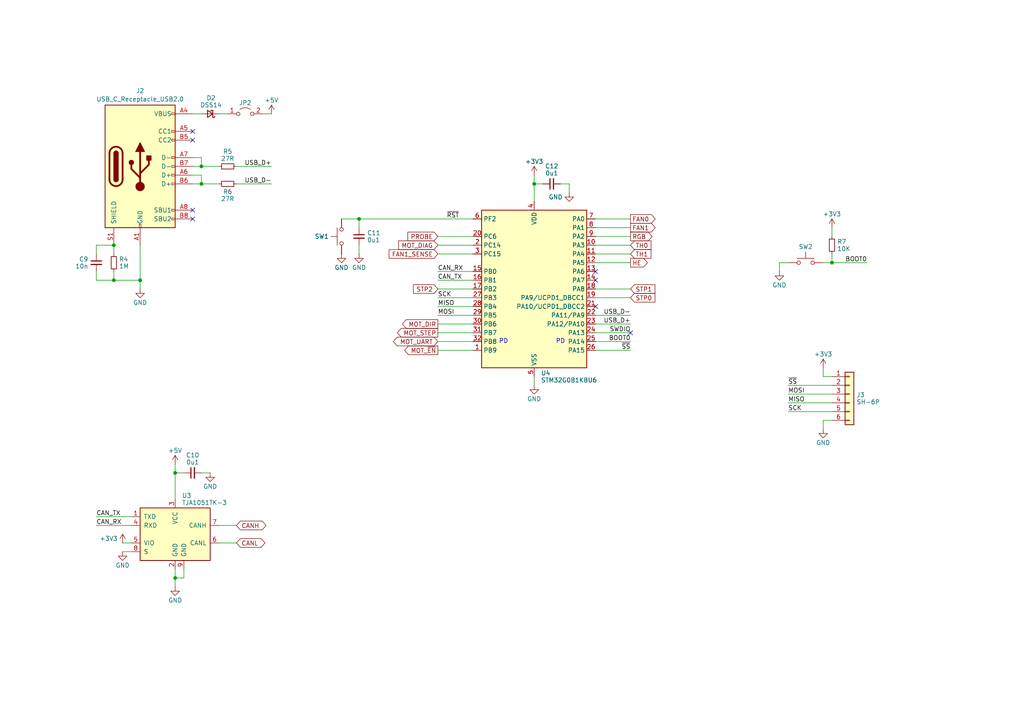
<source format=kicad_sch>
(kicad_sch (version 20231120) (generator "eeschema") (generator_version "8.0")
  (paper "A4")
  (lib_symbols
    (symbol "Connector:USB_C_Receptacle_USB2.0_16P" (pin_names (offset 1.016))
      (property "Reference" "J" (at 0 22.225 0))
      (property "Value" "USB_C_Receptacle_USB2.0_16P" (at 0 19.685 0))
      (symbol "USB_C_Receptacle_USB2.0_16P_0_0"
        (rectangle (start -0.254 -17.78) (end 0.254 -16.764))
        (rectangle (start 10.16 -14.986) (end 9.144 -15.494))
        (rectangle (start 10.16 -12.446) (end 9.144 -12.954))
        (rectangle (start 10.16 -4.826) (end 9.144 -5.334))
        (rectangle (start 10.16 -2.286) (end 9.144 -2.794))
        (rectangle (start 10.16 0.254) (end 9.144 -0.254))
        (rectangle (start 10.16 2.794) (end 9.144 2.286))
        (rectangle (start 10.16 7.874) (end 9.144 7.366))
        (rectangle (start 10.16 10.414) (end 9.144 9.906))
        (rectangle (start 10.16 15.494) (end 9.144 14.986))
      )
      (symbol "USB_C_Receptacle_USB2.0_16P_0_1"
        (rectangle (start -10.16 17.78) (end 10.16 -17.78) (stroke (width 0.254)) (fill (type background)))
        (arc (start -8.89 -3.81) (mid -6.985 -5.7067) (end -5.08 -3.81) (stroke (width 0.508)))
        (arc (start -7.62 -3.81) (mid -6.985 -4.4423) (end -6.35 -3.81) (stroke (width 0.254)))
        (arc (start -7.62 -3.81) (mid -6.985 -4.4423) (end -6.35 -3.81) (stroke (width 0.254)) (fill (type outline)))
        (rectangle (start -7.62 -3.81) (end -6.35 3.81) (stroke (width 0.254)) (fill (type outline)))
        (arc (start -6.35 3.81) (mid -6.985 4.4423) (end -7.62 3.81) (stroke (width 0.254)))
        (arc (start -6.35 3.81) (mid -6.985 4.4423) (end -7.62 3.81) (stroke (width 0.254)) (fill (type outline)))
        (arc (start -5.08 3.81) (mid -6.985 5.7067) (end -8.89 3.81) (stroke (width 0.508)))
        (circle (center -2.54 1.143) (radius 0.635) (stroke (width 0.254)) (fill (type outline)))
        (circle (center 0 -5.842) (radius 1.27) (fill (type outline)))
        (polyline (pts (xy -8.89 -3.81) (xy -8.89 3.81)) (stroke (width 0.508)))
        (polyline (pts (xy -5.08 3.81) (xy -5.08 -3.81)) (stroke (width 0.508)))
        (polyline (pts (xy 0 -5.842) (xy 0 4.318)) (stroke (width 0.508)))
        (polyline (pts (xy 0 -3.302) (xy -2.54 -0.762) (xy -2.54 0.508)) (stroke (width 0.508)))
        (polyline (pts (xy 0 -2.032) (xy 2.54 0.508) (xy 2.54 1.778)) (stroke (width 0.508)))
        (polyline (pts (xy -1.27 4.318) (xy 0 6.858) (xy 1.27 4.318) (xy -1.27 4.318)) (stroke (width 0.254)) (fill (type outline)))
        (rectangle (start 1.905 1.778) (end 3.175 3.048) (stroke (width 0.254)) (fill (type outline)))
      )
      (symbol "USB_C_Receptacle_USB2.0_16P_1_1"
        (pin passive line (at 0 -22.86 90) (length 5.08) (name "GND") (number "A1"))
        (pin passive line (at 0 -22.86 90) (length 5.08) hide (name "GND") (number "A12"))
        (pin passive line (at 15.24 15.24 180) (length 5.08) (name "VBUS") (number "A4"))
        (pin bidirectional line (at 15.24 10.16 180) (length 5.08) (name "CC1") (number "A5"))
        (pin bidirectional line (at 15.24 -2.54 180) (length 5.08) (name "D+") (number "A6"))
        (pin bidirectional line (at 15.24 2.54 180) (length 5.08) (name "D-") (number "A7"))
        (pin bidirectional line (at 15.24 -12.7 180) (length 5.08) (name "SBU1") (number "A8"))
        (pin passive line (at 15.24 15.24 180) (length 5.08) hide (name "VBUS") (number "A9"))
        (pin passive line (at 0 -22.86 90) (length 5.08) hide (name "GND") (number "B1"))
        (pin passive line (at 0 -22.86 90) (length 5.08) hide (name "GND") (number "B12"))
        (pin passive line (at 15.24 15.24 180) (length 5.08) hide (name "VBUS") (number "B4"))
        (pin bidirectional line (at 15.24 7.62 180) (length 5.08) (name "CC2") (number "B5"))
        (pin bidirectional line (at 15.24 -5.08 180) (length 5.08) (name "D+") (number "B6"))
        (pin bidirectional line (at 15.24 0 180) (length 5.08) (name "D-") (number "B7"))
        (pin bidirectional line (at 15.24 -15.24 180) (length 5.08) (name "SBU2") (number "B8"))
        (pin passive line (at 15.24 15.24 180) (length 5.08) hide (name "VBUS") (number "B9"))
        (pin passive line (at -7.62 -22.86 90) (length 5.08) (name "SHIELD") (number "S1"))
      )
    )
    (symbol "Connector_Generic:Conn_01x06" (pin_names (offset 1.016) hide)
      (property "Reference" "J" (at 0 7.62 0))
      (property "Value" "Conn_01x06" (at 0 -10.16 0))
      (symbol "Conn_01x06_1_1"
        (rectangle (start -1.27 -7.493) (end 0 -7.747) (stroke (width 0.1524)))
        (rectangle (start -1.27 -4.953) (end 0 -5.207) (stroke (width 0.1524)))
        (rectangle (start -1.27 -2.413) (end 0 -2.667) (stroke (width 0.1524)))
        (rectangle (start -1.27 0.127) (end 0 -0.127) (stroke (width 0.1524)))
        (rectangle (start -1.27 2.667) (end 0 2.413) (stroke (width 0.1524)))
        (rectangle (start -1.27 5.207) (end 0 4.953) (stroke (width 0.1524)))
        (rectangle (start -1.27 6.35) (end 1.27 -8.89) (stroke (width 0.254)) (fill (type background)))
        (pin passive line (at -5.08 5.08 0) (length 3.81) (name "Pin_1") (number "1"))
        (pin passive line (at -5.08 2.54 0) (length 3.81) (name "Pin_2") (number "2"))
        (pin passive line (at -5.08 0 0) (length 3.81) (name "Pin_3") (number "3"))
        (pin passive line (at -5.08 -2.54 0) (length 3.81) (name "Pin_4") (number "4"))
        (pin passive line (at -5.08 -5.08 0) (length 3.81) (name "Pin_5") (number "5"))
        (pin passive line (at -5.08 -7.62 0) (length 3.81) (name "Pin_6") (number "6"))
      )
    )
    (symbol "Device:C_Small" (pin_numbers hide) (pin_names (offset 0.254) hide)
      (property "Reference" "C" (at 0.254 1.778 0))
      (property "Value" "C_Small" (at 0.254 -2.032 0))
      (symbol "C_Small_0_1"
        (polyline (pts (xy -1.524 -0.508) (xy 1.524 -0.508)) (stroke (width 0.3302)))
        (polyline (pts (xy -1.524 0.508) (xy 1.524 0.508)) (stroke (width 0.3048)))
      )
      (symbol "C_Small_1_1"
        (pin passive line (at 0 2.54 270) (length 2.032) (name "~") (number "1"))
        (pin passive line (at 0 -2.54 90) (length 2.032) (name "~") (number "2"))
      )
    )
    (symbol "Device:D_Schottky_Small" (pin_numbers hide) (pin_names (offset 0.254) hide)
      (property "Reference" "D" (at -1.27 2.032 0))
      (property "Value" "D_Schottky_Small" (at -7.112 -2.032 0))
      (symbol "D_Schottky_Small_0_1"
        (polyline (pts (xy -0.762 0) (xy 0.762 0)))
        (polyline (pts (xy 0.762 -1.016) (xy -0.762 0) (xy 0.762 1.016) (xy 0.762 -1.016)) (stroke (width 0.254)))
        (polyline (pts (xy -1.27 0.762) (xy -1.27 1.016) (xy -0.762 1.016) (xy -0.762 -1.016) (xy -0.254 -1.016) (xy -0.254 -0.762)) (stroke (width 0.254)))
      )
      (symbol "D_Schottky_Small_1_1"
        (pin passive line (at -2.54 0 0) (length 1.778) (name "K") (number "1"))
        (pin passive line (at 2.54 0 180) (length 1.778) (name "A") (number "2"))
      )
    )
    (symbol "Device:R_Small" (pin_numbers hide) (pin_names (offset 0.254) hide)
      (property "Reference" "R" (at 0.762 0.508 0))
      (property "Value" "R_Small" (at 0.762 -1.016 0))
      (symbol "R_Small_0_1"
        (rectangle (start -0.762 1.778) (end 0.762 -1.778) (stroke (width 0.2032)))
      )
      (symbol "R_Small_1_1"
        (pin passive line (at 0 2.54 270) (length 0.762) (name "~") (number "1"))
        (pin passive line (at 0 -2.54 90) (length 0.762) (name "~") (number "2"))
      )
    )
    (symbol "Interface_CAN_LIN:TJA1051TK-3" (pin_names (offset 1.016))
      (property "Reference" "U" (at -10.16 8.89 0))
      (property "Value" "TJA1051TK-3" (at 1.27 8.89 0))
      (symbol "TJA1051TK-3_0_1"
        (rectangle (start -10.16 7.62) (end 10.16 -7.62) (stroke (width 0.254)) (fill (type background)))
      )
      (symbol "TJA1051TK-3_1_1"
        (pin input line (at -12.7 5.08 0) (length 2.54) (name "TXD") (number "1"))
        (pin power_in line (at 0 -10.16 90) (length 2.54) (name "GND") (number "2"))
        (pin power_in line (at 0 10.16 270) (length 2.54) (name "VCC") (number "3"))
        (pin output line (at -12.7 2.54 0) (length 2.54) (name "RXD") (number "4"))
        (pin power_in line (at -12.7 -2.54 0) (length 2.54) (name "VIO") (number "5"))
        (pin bidirectional line (at 12.7 -2.54 180) (length 2.54) (name "CANL") (number "6"))
        (pin bidirectional line (at 12.7 2.54 180) (length 2.54) (name "CANH") (number "7"))
        (pin input line (at -12.7 -5.08 0) (length 2.54) (name "S") (number "8"))
        (pin power_in line (at 2.54 -10.16 90) (length 2.54) (name "GND") (number "9"))
      )
    )
    (symbol "Jumper:Jumper_2_Open" (pin_names (offset 0) hide)
      (property "Reference" "JP" (at 0 2.794 0))
      (property "Value" "Jumper_2_Open" (at 0 -2.286 0))
      (symbol "Jumper_2_Open_0_0"
        (circle (center -2.032 0) (radius 0.508))
        (circle (center 2.032 0) (radius 0.508))
      )
      (symbol "Jumper_2_Open_0_1"
        (arc (start 1.524 1.27) (mid 0 1.778) (end -1.524 1.27))
      )
      (symbol "Jumper_2_Open_1_1"
        (pin passive line (at -5.08 0 0) (length 2.54) (name "A") (number "1"))
        (pin passive line (at 5.08 0 180) (length 2.54) (name "B") (number "2"))
      )
    )
    (symbol "MCU_ST_STM32G0:STM32G0B1KBUx"
      (property "Reference" "U" (at -15.24 24.13 0))
      (property "Value" "STM32G0B1KBUx" (at 2.54 24.13 0))
      (symbol "STM32G0B1KBUx_0_1"
        (rectangle (start -15.24 -22.86) (end 15.24 22.86) (stroke (width 0.254)) (fill (type background)))
      )
      (symbol "STM32G0B1KBUx_1_1"
        (pin bidirectional line (at -17.78 -17.78 0) (length 2.54) (name "PB9") (number "1"))
        (pin bidirectional line (at 17.78 12.7 180) (length 2.54) (name "PA3") (number "10"))
        (pin bidirectional line (at 17.78 10.16 180) (length 2.54) (name "PA4") (number "11"))
        (pin bidirectional line (at 17.78 7.62 180) (length 2.54) (name "PA5") (number "12"))
        (pin bidirectional line (at 17.78 5.08 180) (length 2.54) (name "PA6") (number "13"))
        (pin bidirectional line (at 17.78 2.54 180) (length 2.54) (name "PA7") (number "14"))
        (pin bidirectional line (at -17.78 5.08 0) (length 2.54) (name "PB0") (number "15"))
        (pin bidirectional line (at -17.78 2.54 0) (length 2.54) (name "PB1") (number "16"))
        (pin bidirectional line (at -17.78 0 0) (length 2.54) (name "PB2") (number "17"))
        (pin bidirectional line (at 17.78 0 180) (length 2.54) (name "PA8") (number "18"))
        (pin bidirectional line (at 17.78 -2.54 180) (length 2.54) (name "PA9/UCPD1_DBCC1") (number "19"))
        (pin bidirectional line (at -17.78 12.7 0) (length 2.54) (name "PC14") (number "2"))
        (pin bidirectional line (at -17.78 15.24 0) (length 2.54) (name "PC6") (number "20"))
        (pin bidirectional line (at 17.78 -5.08 180) (length 2.54) (name "PA10/UCPD1_DBCC2") (number "21"))
        (pin bidirectional line (at 17.78 -7.62 180) (length 2.54) (name "PA11/PA9") (number "22"))
        (pin bidirectional line (at 17.78 -10.16 180) (length 2.54) (name "PA12/PA10") (number "23"))
        (pin bidirectional line (at 17.78 -12.7 180) (length 2.54) (name "PA13") (number "24"))
        (pin bidirectional line (at 17.78 -15.24 180) (length 2.54) (name "PA14") (number "25"))
        (pin bidirectional line (at 17.78 -17.78 180) (length 2.54) (name "PA15") (number "26"))
        (pin bidirectional line (at -17.78 -2.54 0) (length 2.54) (name "PB3") (number "27"))
        (pin bidirectional line (at -17.78 -5.08 0) (length 2.54) (name "PB4") (number "28"))
        (pin bidirectional line (at -17.78 -7.62 0) (length 2.54) (name "PB5") (number "29"))
        (pin bidirectional line (at -17.78 10.16 0) (length 2.54) (name "PC15") (number "3"))
        (pin bidirectional line (at -17.78 -10.16 0) (length 2.54) (name "PB6") (number "30"))
        (pin bidirectional line (at -17.78 -12.7 0) (length 2.54) (name "PB7") (number "31"))
        (pin bidirectional line (at -17.78 -15.24 0) (length 2.54) (name "PB8") (number "32"))
        (pin passive line (at 0 -25.4 90) (length 2.54) hide (name "VSS") (number "33"))
        (pin power_in line (at 0 25.4 270) (length 2.54) (name "VDD") (number "4"))
        (pin power_in line (at 0 -25.4 90) (length 2.54) (name "VSS") (number "5"))
        (pin bidirectional line (at -17.78 20.32 0) (length 2.54) (name "PF2") (number "6"))
        (pin bidirectional line (at 17.78 20.32 180) (length 2.54) (name "PA0") (number "7"))
        (pin bidirectional line (at 17.78 17.78 180) (length 2.54) (name "PA1") (number "8"))
        (pin bidirectional line (at 17.78 15.24 180) (length 2.54) (name "PA2") (number "9"))
      )
    )
    (symbol "Switch:SW_Push" (pin_numbers hide) (pin_names (offset 1.016) hide)
      (property "Reference" "SW" (at 1.27 2.54 0))
      (property "Value" "SW_Push" (at 0 -1.524 0))
      (symbol "SW_Push_0_1"
        (circle (center -2.032 0) (radius 0.508))
        (polyline (pts (xy 0 1.27) (xy 0 3.048)))
        (polyline (pts (xy 2.54 1.27) (xy -2.54 1.27)))
        (circle (center 2.032 0) (radius 0.508))
        (pin passive line (at -5.08 0 0) (length 2.54) (name "1") (number "1"))
        (pin passive line (at 5.08 0 180) (length 2.54) (name "2") (number "2"))
      )
    )
    (symbol "power:+3V3" (power) (pin_numbers hide) (pin_names (offset 0) hide)
      (property "Value" "+3V3" (at 0 3.556 0))
      (symbol "+3V3_0_1"
        (polyline (pts (xy -0.762 1.27) (xy 0 2.54)))
        (polyline (pts (xy 0 0) (xy 0 2.54)))
        (polyline (pts (xy 0 2.54) (xy 0.762 1.27)))
      )
      (symbol "+3V3_1_1"
        (pin power_in line (at 0 0 90) (length 0) (name "~") (number "1"))
      )
    )
    (symbol "power:+5V" (power) (pin_numbers hide) (pin_names (offset 0) hide)
      (property "Value" "+5V" (at 0 3.556 0))
      (symbol "+5V_0_1"
        (polyline (pts (xy -0.762 1.27) (xy 0 2.54)))
        (polyline (pts (xy 0 0) (xy 0 2.54)))
        (polyline (pts (xy 0 2.54) (xy 0.762 1.27)))
      )
      (symbol "+5V_1_1"
        (pin power_in line (at 0 0 90) (length 0) (name "~") (number "1"))
      )
    )
    (symbol "power:GND" (power) (pin_numbers hide) (pin_names (offset 0) hide)
      (property "Value" "GND" (at 0 -3.81 0))
      (symbol "GND_0_1"
        (polyline (pts (xy 0 0) (xy 0 -1.27) (xy 1.27 -1.27) (xy 0 -2.54) (xy -1.27 -1.27) (xy 0 -1.27)))
      )
      (symbol "GND_1_1"
        (pin power_in line (at 0 0 270) (length 0) (name "~") (number "1"))
      )
    )
  )
  (junction (at 58.42 53.34))
  (junction (at 50.8 137.16))
  (junction (at 241.3 76.2))
  (junction (at 40.64 81.28))
  (junction (at 50.8 167.64))
  (junction (at 154.94 53.34))
  (junction (at 33.02 71.12))
  (junction (at 33.02 81.28))
  (junction (at 104.14 63.5))
  (junction (at 58.42 48.26))
  (no_connect (at 172.72 88.9))
  (no_connect (at 55.88 40.64))
  (no_connect (at 172.72 81.28))
  (no_connect (at 55.88 38.1))
  (no_connect (at 172.72 78.74))
  (no_connect (at 182.88 96.52))
  (no_connect (at 55.88 60.96))
  (no_connect (at 55.88 63.5))
  (wire (pts (xy 104.14 63.5) (xy 137.16 63.5)))
  (wire (pts (xy 172.72 86.36) (xy 182.88 86.36)))
  (wire (pts (xy 55.88 45.72) (xy 58.42 45.72)))
  (wire (pts (xy 154.94 53.34) (xy 154.94 58.42)))
  (wire (pts (xy 182.88 83.82) (xy 172.72 83.82)))
  (wire (pts (xy 35.56 160.02) (xy 38.1 160.02)))
  (wire (pts (xy 226.06 78.74) (xy 226.06 76.2)))
  (wire (pts (xy 27.94 81.28) (xy 27.94 78.74)))
  (wire (pts (xy 154.94 50.8) (xy 154.94 53.34)))
  (wire (pts (xy 172.72 93.98) (xy 182.88 93.98)))
  (wire (pts (xy 172.72 76.2) (xy 182.88 76.2)))
  (wire (pts (xy 137.16 88.9) (xy 127 88.9)))
  (wire (pts (xy 104.14 71.12) (xy 104.14 73.66)))
  (wire (pts (xy 63.5 33.02) (xy 66.04 33.02)))
  (wire (pts (xy 172.72 96.52) (xy 182.88 96.52)))
  (wire (pts (xy 241.3 116.84) (xy 228.6 116.84)))
  (wire (pts (xy 137.16 86.36) (xy 127 86.36)))
  (wire (pts (xy 63.5 157.48) (xy 68.58 157.48)))
  (wire (pts (xy 76.2 33.02) (xy 78.74 33.02)))
  (wire (pts (xy 238.76 124.46) (xy 238.76 121.92)))
  (wire (pts (xy 172.72 91.44) (xy 182.88 91.44)))
  (wire (pts (xy 137.16 99.06) (xy 127 99.06)))
  (wire (pts (xy 63.5 152.4) (xy 68.58 152.4)))
  (wire (pts (xy 137.16 96.52) (xy 127 96.52)))
  (wire (pts (xy 172.72 99.06) (xy 182.88 99.06)))
  (wire (pts (xy 154.94 53.34) (xy 157.48 53.34)))
  (wire (pts (xy 127 73.66) (xy 137.16 73.66)))
  (wire (pts (xy 40.64 71.12) (xy 40.64 81.28)))
  (wire (pts (xy 50.8 134.62) (xy 50.8 137.16)))
  (wire (pts (xy 50.8 137.16) (xy 53.34 137.16)))
  (wire (pts (xy 58.42 50.8) (xy 58.42 53.34)))
  (wire (pts (xy 27.94 73.66) (xy 27.94 71.12)))
  (wire (pts (xy 137.16 93.98) (xy 127 93.98)))
  (wire (pts (xy 172.72 66.04) (xy 182.88 66.04)))
  (wire (pts (xy 172.72 68.58) (xy 182.88 68.58)))
  (wire (pts (xy 165.1 55.88) (xy 165.1 53.34)))
  (wire (pts (xy 27.94 71.12) (xy 33.02 71.12)))
  (wire (pts (xy 241.3 111.76) (xy 228.6 111.76)))
  (wire (pts (xy 238.76 76.2) (xy 241.3 76.2)))
  (wire (pts (xy 50.8 170.18) (xy 50.8 167.64)))
  (wire (pts (xy 55.88 53.34) (xy 58.42 53.34)))
  (wire (pts (xy 172.72 101.6) (xy 182.88 101.6)))
  (wire (pts (xy 40.64 81.28) (xy 40.64 83.82)))
  (wire (pts (xy 53.34 167.64) (xy 50.8 167.64)))
  (wire (pts (xy 137.16 91.44) (xy 127 91.44)))
  (wire (pts (xy 172.72 71.12) (xy 182.88 71.12)))
  (wire (pts (xy 241.3 66.04) (xy 241.3 68.58)))
  (wire (pts (xy 99.06 63.5) (xy 104.14 63.5)))
  (wire (pts (xy 104.14 63.5) (xy 104.14 66.04)))
  (wire (pts (xy 50.8 137.16) (xy 50.8 144.78)))
  (wire (pts (xy 35.56 157.48) (xy 38.1 157.48)))
  (wire (pts (xy 33.02 81.28) (xy 40.64 81.28)))
  (wire (pts (xy 68.58 53.34) (xy 78.74 53.34)))
  (wire (pts (xy 226.06 76.2) (xy 228.6 76.2)))
  (wire (pts (xy 238.76 109.22) (xy 241.3 109.22)))
  (wire (pts (xy 127 71.12) (xy 137.16 71.12)))
  (wire (pts (xy 27.94 149.86) (xy 38.1 149.86)))
  (wire (pts (xy 60.96 137.16) (xy 58.42 137.16)))
  (wire (pts (xy 137.16 101.6) (xy 127 101.6)))
  (wire (pts (xy 238.76 121.92) (xy 241.3 121.92)))
  (wire (pts (xy 58.42 48.26) (xy 63.5 48.26)))
  (wire (pts (xy 53.34 165.1) (xy 53.34 167.64)))
  (wire (pts (xy 241.3 76.2) (xy 251.46 76.2)))
  (wire (pts (xy 33.02 81.28) (xy 27.94 81.28)))
  (wire (pts (xy 55.88 48.26) (xy 58.42 48.26)))
  (wire (pts (xy 137.16 78.74) (xy 127 78.74)))
  (wire (pts (xy 58.42 45.72) (xy 58.42 48.26)))
  (wire (pts (xy 127 83.82) (xy 137.16 83.82)))
  (wire (pts (xy 137.16 81.28) (xy 127 81.28)))
  (wire (pts (xy 33.02 78.74) (xy 33.02 81.28)))
  (wire (pts (xy 127 68.58) (xy 137.16 68.58)))
  (wire (pts (xy 55.88 33.02) (xy 58.42 33.02)))
  (wire (pts (xy 238.76 106.68) (xy 238.76 109.22)))
  (wire (pts (xy 33.02 71.12) (xy 33.02 73.66)))
  (wire (pts (xy 27.94 152.4) (xy 38.1 152.4)))
  (wire (pts (xy 154.94 109.22) (xy 154.94 111.76)))
  (wire (pts (xy 241.3 73.66) (xy 241.3 76.2)))
  (wire (pts (xy 68.58 48.26) (xy 78.74 48.26)))
  (wire (pts (xy 241.3 114.3) (xy 228.6 114.3)))
  (wire (pts (xy 165.1 53.34) (xy 162.56 53.34)))
  (wire (pts (xy 172.72 63.5) (xy 182.88 63.5)))
  (wire (pts (xy 55.88 50.8) (xy 58.42 50.8)))
  (wire (pts (xy 241.3 119.38) (xy 228.6 119.38)))
  (wire (pts (xy 172.72 73.66) (xy 182.88 73.66)))
  (wire (pts (xy 58.42 53.34) (xy 63.5 53.34)))
  (wire (pts (xy 50.8 165.1) (xy 50.8 167.64)))
  (text "PD" (at 146.05 99.06 0) (effects (font (size 1.27 1.27))))
  (text "PD" (at 162.56 99.06 0) (effects (font (size 1.27 1.27))))
  (label "MOSI" (at 127 91.44 0))
  (label "MISO" (at 127 88.9 0))
  (label "USB_D+" (at 182.88 93.98 180))
  (label "CAN_RX" (at 127 78.74 0))
  (label "~{SS}" (at 228.6 111.76 0))
  (label "MISO" (at 228.6 116.84 0))
  (label "~{RST}" (at 129.54 63.5 0))
  (label "USB_D-" (at 78.74 53.34 180))
  (label "CAN_TX" (at 27.94 149.86 0))
  (label "~{SS}" (at 182.88 101.6 180))
  (label "SCK" (at 127 86.36 0))
  (label "USB_D-" (at 182.88 91.44 180))
  (label "CAN_TX" (at 127 81.28 0))
  (label "MOSI" (at 228.6 114.3 0))
  (label "SWDIO" (at 182.88 96.52 180))
  (label "BOOT0" (at 251.46 76.2 180))
  (label "SCK" (at 228.6 119.38 0))
  (label "USB_D+" (at 78.74 48.26 180))
  (label "BOOT0" (at 182.88 99.06 180))
  (label "CAN_RX" (at 27.94 152.4 0))
  (global_label "FAN0" (shape output) (at 182.88 63.5 0) (property "Intersheetrefs" "${INTERSHEET_REFS}" (effects (hide yes))))
  (global_label "HE" (shape output) (at 182.88 76.2 0) (property "Intersheetrefs" "${INTERSHEET_REFS}" (effects (hide yes))))
  (global_label "STP0" (shape input) (at 182.88 86.36 0) (property "Intersheetrefs" "${INTERSHEET_REFS}" (effects (hide yes))))
  (global_label "MOT_UART" (shape bidirectional) (at 127 99.06 180) (property "Intersheetrefs" "${INTERSHEET_REFS}" (effects (hide yes))))
  (global_label "MOT_STEP" (shape output) (at 127 96.52 180) (property "Intersheetrefs" "${INTERSHEET_REFS}" (effects (hide yes))))
  (global_label "TH1" (shape input) (at 182.88 73.66 0) (property "Intersheetrefs" "${INTERSHEET_REFS}" (effects (hide yes))))
  (global_label "MOT_~{EN}" (shape output) (at 127 101.6 180) (property "Intersheetrefs" "${INTERSHEET_REFS}" (effects (hide yes))))
  (global_label "TH0" (shape input) (at 182.88 71.12 0) (property "Intersheetrefs" "${INTERSHEET_REFS}" (effects (hide yes))))
  (global_label "CANL" (shape bidirectional) (at 68.58 157.48 0) (property "Intersheetrefs" "${INTERSHEET_REFS}" (effects (hide yes))))
  (global_label "CANH" (shape bidirectional) (at 68.58 152.4 0) (property "Intersheetrefs" "${INTERSHEET_REFS}" (effects (hide yes))))
  (global_label "MOT_DIR" (shape output) (at 127 93.98 180) (property "Intersheetrefs" "${INTERSHEET_REFS}" (effects (hide yes))))
  (global_label "STP1" (shape input) (at 182.88 83.82 0) (property "Intersheetrefs" "${INTERSHEET_REFS}" (effects (hide yes))))
  (global_label "FAN1_SENSE" (shape input) (at 127 73.66 180) (property "Intersheetrefs" "${INTERSHEET_REFS}" (effects (hide yes))))
  (global_label "PROBE" (shape input) (at 127 68.58 180) (property "Intersheetrefs" "${INTERSHEET_REFS}" (effects (hide yes))))
  (global_label "MOT_DIAG" (shape input) (at 127 71.12 180) (property "Intersheetrefs" "${INTERSHEET_REFS}" (effects (hide yes))))
  (global_label "RGB" (shape output) (at 182.88 68.58 0) (property "Intersheetrefs" "${INTERSHEET_REFS}" (effects (hide yes))))
  (global_label "STP2" (shape input) (at 127 83.82 180) (property "Intersheetrefs" "${INTERSHEET_REFS}" (effects (hide yes))))
  (global_label "FAN1" (shape output) (at 182.88 66.04 0) (property "Intersheetrefs" "${INTERSHEET_REFS}" (effects (hide yes))))
  (symbol (lib_id "power:+3V3") (at 154.94 50.8 0) (unit 1)
    (property "Reference" "#PWR018" (effects (hide yes)))
    (property "Value" "+3V3" (at 154.94 46.855 0))
    (property "Description" "Power symbol creates a global label with name \"+3V3\"" (effects (hide yes)))
  )
  (symbol (lib_id "power:GND") (at 226.06 78.74 0) (unit 1)
    (property "Reference" "#PWR021" (effects (hide yes)))
    (property "Value" "GND" (at 226.06 82.685 0))
  )
  (symbol (lib_id "Jumper:Jumper_2_Open") (at 71.12 33.02 0) (unit 1)
    (property "Reference" "JP2" (at 71.12 29.837 0))
    (property "Value" "Jumper_2_Open" (effects (hide yes)))
    (property "Footprint" "Connector_PinHeader_2.00mm:PinHeader_1x02_P2.00mm_Vertical" (effects (hide yes)))
  )
  (symbol (lib_id "power:GND") (at 35.56 160.02 0) (unit 1)
    (property "Reference" "#PWR010" (effects (hide yes)))
    (property "Value" "GND" (at 35.56 163.965 0))
    (property "Description" "Power symbol creates a global label with name \"GND\" , ground" (effects (hide yes)))
  )
  (symbol (lib_id "Device:R_Small") (at 241.3 71.12 180) (unit 1)
    (property "Reference" "R7" (at 242.7986 70.096 0) (effects (justify right)))
    (property "Value" "10K" (at 242.7986 72.144 0) (effects (justify right)))
    (property "Footprint" "Resistor_SMD:R_0402_1005Metric" (effects (hide yes)))
    (property "LCSC" "C25744" (effects (hide yes)))
  )
  (symbol (lib_id "power:GND") (at 104.14 73.66 0) (unit 1)
    (property "Reference" "#PWR017" (effects (hide yes)))
    (property "Value" "GND" (at 104.14 77.605 0))
    (property "Description" "Power symbol creates a global label with name \"GND\" , ground" (effects (hide yes)))
  )
  (symbol (lib_id "MCU_ST_STM32G0:STM32G0B1KBUx") (at 154.94 83.82 0) (unit 1)
    (property "Reference" "U4" (at 156.8959 108.212 0) (effects (justify left)))
    (property "Value" "STM32G0B1KBU6" (at 156.8959 110.26 0) (effects (justify left)))
    (property "Footprint" "Package_DFN_QFN:QFN-32-1EP_5x5mm_P0.5mm_EP3.45x3.45mm" (effects (hide yes)))
    (property "Datasheet" "https://www.st.com/resource/en/datasheet/stm32g0b1kb.pdf" (effects (hide yes)))
  )
  (symbol (lib_id "Device:C_Small") (at 104.14 68.58 0) (unit 1)
    (property "Reference" "C11" (at 106.4641 67.5623 0) (effects (justify left)))
    (property "Value" "0u1" (at 106.4641 69.6103 0) (effects (justify left)))
    (property "Footprint" "Capacitor_SMD:C_0402_1005Metric" (effects (hide yes)))
    (property "LCSC" "C307331" (effects (hide yes)))
  )
  (symbol (lib_id "Device:C_Small") (at 27.94 76.2 0) (unit 1)
    (property "Reference" "C9" (at 25.6159 75.1823 0) (effects (justify right)))
    (property "Value" "10n" (at 25.6159 77.2303 0) (effects (justify right)))
    (property "Footprint" "Capacitor_SMD:C_0402_1005Metric" (effects (hide yes)))
    (property "LCSC" "C15195" (effects (hide yes)))
  )
  (symbol (lib_id "power:GND") (at 238.76 124.46 0) (unit 1)
    (property "Reference" "#PWR023" (effects (hide yes)))
    (property "Value" "GND" (at 238.76 128.405 0))
    (property "Description" "Power symbol creates a global label with name \"GND\" , ground" (effects (hide yes)))
  )
  (symbol (lib_id "power:GND") (at 154.94 111.76 0) (unit 1)
    (property "Reference" "#PWR019" (effects (hide yes)))
    (property "Value" "GND" (at 154.94 115.705 0))
    (property "Description" "Power symbol creates a global label with name \"GND\" , ground" (effects (hide yes)))
  )
  (symbol (lib_id "power:GND") (at 60.96 137.16 0) (unit 1)
    (property "Reference" "#PWR014" (effects (hide yes)))
    (property "Value" "GND" (at 60.96 141.105 0))
    (property "Description" "Power symbol creates a global label with name \"GND\" , ground" (effects (hide yes)))
  )
  (symbol (lib_id "power:+3V3") (at 35.56 157.48 0) (unit 1)
    (property "Reference" "#PWR09" (effects (hide yes)))
    (property "Value" "+3V3" (at 34.163 156.21 0) (effects (justify right)))
    (property "Description" "Power symbol creates a global label with name \"+3V3\"" (effects (hide yes)))
  )
  (symbol (lib_id "power:GND") (at 165.1 55.88 0) (unit 1)
    (property "Reference" "#PWR020" (effects (hide yes)))
    (property "Value" "GND" (at 163.1951 57.15 0) (effects (justify right)))
    (property "Description" "Power symbol creates a global label with name \"GND\" , ground" (effects (hide yes)))
  )
  (symbol (lib_id "Device:R_Small") (at 66.04 48.26 90) (unit 1)
    (property "Reference" "R5" (at 66.04 43.9434 90))
    (property "Value" "27R" (at 66.04 45.9914 90))
    (property "Footprint" "Resistor_SMD:R_0402_1005Metric" (effects (hide yes)))
    (property "LCSC" "C25100" (effects (hide yes)))
  )
  (symbol (lib_id "Interface_CAN_LIN:TJA1051TK-3") (at 50.8 154.94 0) (unit 1)
    (property "Reference" "U3" (at 52.7559 143.74 0) (effects (justify left)))
    (property "Value" "TJA1051TK-3" (at 52.7559 145.788 0) (effects (justify left)))
    (property "Footprint" "Package_DFN_QFN:DFN-8-1EP_3x3mm_P0.65mm_EP1.55x2.4mm" (effects (hide yes)))
    (property "Datasheet" "http://www.nxp.com/docs/en/data-sheet/TJA1051.pdf" (effects (hide yes)))
    (property "Description" "High-Speed CAN Transceiver, separate VIO, silent mode, DFN-8" (effects (hide yes)))
  )
  (symbol (lib_id "Connector_Generic:Conn_01x06") (at 246.38 114.3 0) (unit 1)
    (property "Reference" "J3" (at 248.412 114.546 0) (effects (justify left)))
    (property "Value" "SH-6P" (at 248.412 116.594 0) (effects (justify left)))
    (property "Footprint" "Connector_JST:JST_SH_SM06B-SRSS-TB_1x06-1MP_P1.00mm_Horizontal" (effects (hide yes)))
    (property "Datasheet" "https://www.jst-mfg.com/product/pdf/eng/eSH.pdf" (effects (hide yes)))
    (property "LCSC" "C161598" (effects (hide yes)))
  )
  (symbol (lib_id "power:+5V") (at 78.74 33.02 0) (unit 1)
    (property "Reference" "#PWR015" (effects (hide yes)))
    (property "Value" "+5V" (at 78.74 29.075 0))
    (property "Description" "Power symbol creates a global label with name \"+5V\"" (effects (hide yes)))
  )
  (symbol (lib_id "Device:R_Small") (at 66.04 53.34 90) (unit 1)
    (property "Reference" "R6" (at 66.04 55.6086 90))
    (property "Value" "27R" (at 66.04 57.6566 90))
    (property "Footprint" "Resistor_SMD:R_0402_1005Metric" (effects (hide yes)))
    (property "LCSC" "C25100" (effects (hide yes)))
  )
  (symbol (lib_id "power:GND") (at 99.06 73.66 0) (unit 1)
    (property "Reference" "#PWR016" (effects (hide yes)))
    (property "Value" "GND" (at 99.06 77.605 0))
    (property "Description" "Power symbol creates a global label with name \"GND\" , ground" (effects (hide yes)))
  )
  (symbol (lib_id "Device:D_Schottky_Small") (at 60.96 33.02 180) (unit 1)
    (property "Reference" "D2" (at 61.214 28.424 0))
    (property "Value" "DSS14" (at 61.214 30.472 0))
    (property "Footprint" "Diode_SMD:D_SOD-123F" (effects (hide yes)))
    (property "LCSC" "C466479" (effects (hide yes)))
    (property "MPN" "DSS14" (effects (hide yes)))
  )
  (symbol (lib_id "Device:R_Small") (at 33.02 76.2 0) (unit 1)
    (property "Reference" "R4" (at 34.5186 75.176 0) (effects (justify left)))
    (property "Value" "1M" (at 34.5186 77.224 0) (effects (justify left)))
    (property "Footprint" "Resistor_SMD:R_0402_1005Metric" (effects (hide yes)))
    (property "LCSC" "C423253" (effects (hide yes)))
  )
  (symbol (lib_id "power:+3V3") (at 241.3 66.04 0) (unit 1)
    (property "Reference" "#PWR024" (effects (hide yes)))
    (property "Value" "+3V3" (at 241.3 62.095 0))
  )
  (symbol (lib_id "Switch:SW_Push") (at 99.06 68.58 90) (unit 1)
    (property "Reference" "SW1" (at 95.377 68.58 90) (effects (justify left)))
    (property "Value" "SW_Push" (effects (hide yes)))
    (property "Footprint" "Button_Switch_SMD:SW_SPST_EVQP7A" (effects (hide yes)))
    (property "MPN" "KMR211GLFS" (effects (hide yes)))
    (property "LCSC" "C221675" (effects (hide yes)))
  )
  (symbol (lib_id "power:+3V3") (at 238.76 106.68 0) (unit 1)
    (property "Reference" "#PWR022" (effects (hide yes)))
    (property "Value" "+3V3" (at 238.76 102.735 0))
    (property "Description" "Power symbol creates a global label with name \"+3V3\"" (effects (hide yes)))
  )
  (symbol (lib_id "Device:C_Small") (at 160.02 53.34 90) (unit 1)
    (property "Reference" "C12" (at 160.0263 48.1979 90))
    (property "Value" "0u1" (at 160.0263 50.2459 90))
    (property "Footprint" "Capacitor_SMD:C_0402_1005Metric" (effects (hide yes)))
    (property "LCSC" "C307331" (effects (hide yes)))
  )
  (symbol (lib_id "Connector:USB_C_Receptacle_USB2.0_16P") (at 40.64 48.26 0) (unit 1)
    (property "Reference" "J2" (at 40.64 26.3355 0))
    (property "Value" "USB_C_Receptacle_USB2.0" (at 40.64 28.7598 0))
    (property "Footprint" "Connector_USB:USB_C_Receptacle_GCT_USB4105-xx-A_16P_TopMnt_Horizontal" (effects (hide yes)))
    (property "Datasheet" "https://www.usb.org/sites/default/files/documents/usb_type-c.zip" (effects (hide yes)))
    (property "Description" "USB 2.0-only 16P Type-C Receptacle connector" (effects (hide yes)))
  )
  (symbol (lib_id "power:+5V") (at 50.8 134.62 0) (unit 1)
    (property "Reference" "#PWR012" (effects (hide yes)))
    (property "Value" "+5V" (at 50.8 130.675 0))
    (property "Description" "Power symbol creates a global label with name \"+5V\"" (effects (hide yes)))
  )
  (symbol (lib_id "Device:C_Small") (at 55.88 137.16 90) (unit 1)
    (property "Reference" "C10" (at 55.8863 132.0179 90))
    (property "Value" "0u1" (at 55.8863 134.0659 90))
    (property "Footprint" "Capacitor_SMD:C_0402_1005Metric" (effects (hide yes)))
    (property "LCSC" "C307331" (effects (hide yes)))
  )
  (symbol (lib_id "Switch:SW_Push") (at 233.68 76.2 0) (unit 1)
    (property "Reference" "SW2" (at 233.68 71.5589 0))
    (property "Value" "SW_Push" (effects (hide yes)))
    (property "Footprint" "Button_Switch_SMD:SW_SPST_EVQP7A" (effects (hide yes)))
    (property "MPN" "KMR211GLFS" (effects (hide yes)))
    (property "LCSC" "C221675" (effects (hide yes)))
  )
  (symbol (lib_id "power:GND") (at 40.64 83.82 0) (unit 1)
    (property "Reference" "#PWR011" (effects (hide yes)))
    (property "Value" "GND" (at 40.64 87.765 0))
    (property "Description" "Power symbol creates a global label with name \"GND\" , ground" (effects (hide yes)))
  )
  (symbol (lib_id "power:GND") (at 50.8 170.18 0) (unit 1)
    (property "Reference" "#PWR013" (effects (hide yes)))
    (property "Value" "GND" (at 50.8 174.125 0))
    (property "Description" "Power symbol creates a global label with name \"GND\" , ground" (effects (hide yes)))
  )
)
</source>
